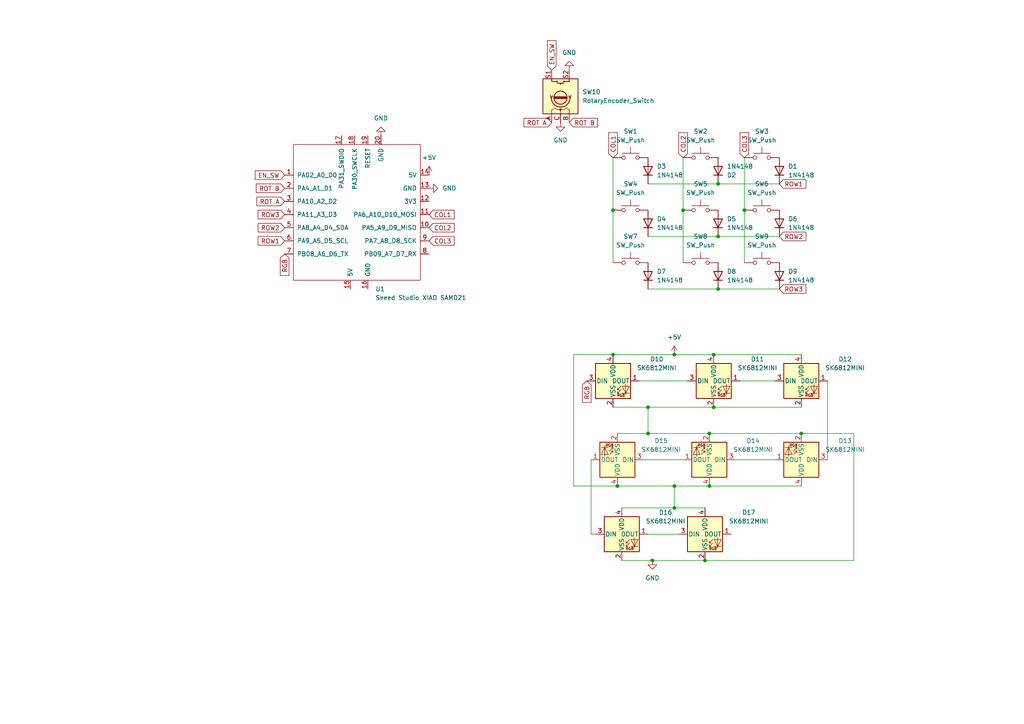
<source format=kicad_sch>
(kicad_sch (version 20231120) (generator "eeschema") (generator_version "8.0")
  (paper "A4")
  (lib_symbols
    (symbol "Device:RotaryEncoder_Switch" (pin_names (offset 0.254) hide)
      (property "Reference" "SW" (at 0 6.604 0))
      (property "Value" "RotaryEncoder_Switch" (at 0 -6.604 0))
      (symbol "RotaryEncoder_Switch_0_1"
        (rectangle (start -5.08 5.08) (end 5.08 -5.08) (stroke (width 0.254)) (fill (type background)))
        (circle (center -3.81 0) (radius 0.254) (fill (type outline)))
        (circle (center -0.381 0) (radius 1.905) (stroke (width 0.254)))
        (arc (start -0.381 2.667) (mid -3.0988 -0.0635) (end -0.381 -2.794) (stroke (width 0.254)))
        (polyline (pts (xy -0.635 -1.778) (xy -0.635 1.778)) (stroke (width 0.254)))
        (polyline (pts (xy -0.381 -1.778) (xy -0.381 1.778)) (stroke (width 0.254)))
        (polyline (pts (xy -0.127 1.778) (xy -0.127 -1.778)) (stroke (width 0.254)))
        (polyline (pts (xy 3.81 0) (xy 3.429 0)) (stroke (width 0.254)))
        (polyline (pts (xy 3.81 1.016) (xy 3.81 -1.016)) (stroke (width 0.254)))
        (polyline (pts (xy -5.08 -2.54) (xy -3.81 -2.54) (xy -3.81 -2.032)))
        (polyline (pts (xy -5.08 2.54) (xy -3.81 2.54) (xy -3.81 2.032)))
        (polyline (pts (xy 0.254 -3.048) (xy -0.508 -2.794) (xy 0.127 -2.413)) (stroke (width 0.254)))
        (polyline (pts (xy 0.254 2.921) (xy -0.508 2.667) (xy 0.127 2.286)) (stroke (width 0.254)))
        (polyline (pts (xy 5.08 -2.54) (xy 4.318 -2.54) (xy 4.318 -1.016)) (stroke (width 0.254)))
        (polyline (pts (xy 5.08 2.54) (xy 4.318 2.54) (xy 4.318 1.016)) (stroke (width 0.254)))
        (polyline (pts (xy -5.08 0) (xy -3.81 0) (xy -3.81 -1.016) (xy -3.302 -2.032)))
        (polyline (pts (xy -4.318 0) (xy -3.81 0) (xy -3.81 1.016) (xy -3.302 2.032)))
        (circle (center 4.318 -1.016) (radius 0.127) (stroke (width 0.254)))
        (circle (center 4.318 1.016) (radius 0.127) (stroke (width 0.254)))
      )
      (symbol "RotaryEncoder_Switch_1_1"
        (pin passive line (at -7.62 2.54 0) (length 2.54) (name "A") (number "A"))
        (pin passive line (at -7.62 -2.54 0) (length 2.54) (name "B") (number "B"))
        (pin passive line (at -7.62 0 0) (length 2.54) (name "C") (number "C"))
        (pin passive line (at 7.62 2.54 180) (length 2.54) (name "S1") (number "S1"))
        (pin passive line (at 7.62 -2.54 180) (length 2.54) (name "S2") (number "S2"))
      )
    )
    (symbol "Diode:1N4148" (pin_numbers hide) (pin_names hide)
      (property "Reference" "D" (at 0 2.54 0))
      (property "Value" "1N4148" (at 0 -2.54 0))
      (symbol "1N4148_0_1"
        (polyline (pts (xy -1.27 1.27) (xy -1.27 -1.27)) (stroke (width 0.254)))
        (polyline (pts (xy 1.27 0) (xy -1.27 0)))
        (polyline (pts (xy 1.27 1.27) (xy 1.27 -1.27) (xy -1.27 0) (xy 1.27 1.27)) (stroke (width 0.254)))
      )
      (symbol "1N4148_1_1"
        (pin passive line (at -3.81 0 0) (length 2.54) (name "K") (number "1"))
        (pin passive line (at 3.81 0 180) (length 2.54) (name "A") (number "2"))
      )
    )
    (symbol "LED:SK6812MINI" (pin_names (offset 0.254))
      (property "Reference" "D" (at 5.08 5.715 0))
      (property "Value" "SK6812MINI" (at 1.27 -5.715 0))
      (symbol "SK6812MINI_0_0"
        (text "RGB" (at 2.286 -4.191 0) (effects (font (size 0.762 0.762))))
      )
      (symbol "SK6812MINI_0_1"
        (polyline (pts (xy 1.27 -3.556) (xy 1.778 -3.556)))
        (polyline (pts (xy 1.27 -2.54) (xy 1.778 -2.54)))
        (polyline (pts (xy 4.699 -3.556) (xy 2.667 -3.556)))
        (polyline (pts (xy 2.286 -2.54) (xy 1.27 -3.556) (xy 1.27 -3.048)))
        (polyline (pts (xy 2.286 -1.524) (xy 1.27 -2.54) (xy 1.27 -2.032)))
        (polyline (pts (xy 3.683 -1.016) (xy 3.683 -3.556) (xy 3.683 -4.064)))
        (polyline (pts (xy 4.699 -1.524) (xy 2.667 -1.524) (xy 3.683 -3.556) (xy 4.699 -1.524)))
        (rectangle (start 5.08 5.08) (end -5.08 -5.08) (stroke (width 0.254)) (fill (type background)))
      )
      (symbol "SK6812MINI_1_1"
        (pin output line (at 7.62 0 180) (length 2.54) (name "DOUT") (number "1"))
        (pin power_in line (at 0 -7.62 90) (length 2.54) (name "VSS") (number "2"))
        (pin input line (at -7.62 0 0) (length 2.54) (name "DIN") (number "3"))
        (pin power_in line (at 0 7.62 270) (length 2.54) (name "VDD") (number "4"))
      )
    )
    (symbol "Seeed_Studio_XIAO_Series:Seeed Studio XIAO SAMD21" (pin_names (offset 1.016))
      (property "Reference" "U" (at -19.05 22.86 0))
      (property "Value" "Seeed Studio XIAO SAMD21" (at -12.7 21.59 0))
      (symbol "Seeed Studio XIAO SAMD21_0_1"
        (rectangle (start -19.05 20.32) (end 17.78 -19.05))
      )
      (symbol "Seeed Studio XIAO SAMD21_1_1"
        (pin unspecified line (at -21.59 11.43 0) (length 2.54) (name "PA02_A0_D0") (number "1"))
        (pin unspecified line (at 20.32 -3.81 180) (length 2.54) (name "PA5_A9_D9_MISO") (number "10"))
        (pin unspecified line (at 20.32 0 180) (length 2.54) (name "PA6_A10_D10_MOSI") (number "11"))
        (pin unspecified line (at 20.32 3.81 180) (length 2.54) (name "3V3") (number "12"))
        (pin unspecified line (at 20.32 7.62 180) (length 2.54) (name "GND") (number "13"))
        (pin unspecified line (at 20.32 11.43 180) (length 2.54) (name "5V") (number "14"))
        (pin input line (at -2.54 -21.59 90) (length 2.54) (name "5V") (number "15"))
        (pin input line (at 2.54 -21.59 90) (length 2.54) (name "GND") (number "16"))
        (pin input line (at -5.08 22.86 270) (length 2.54) (name "PA31_SWDIO") (number "17"))
        (pin input line (at -1.27 22.86 270) (length 2.54) (name "PA30_SWCLK") (number "18"))
        (pin input line (at 2.54 22.86 270) (length 2.54) (name "RESET") (number "19"))
        (pin unspecified line (at -21.59 7.62 0) (length 2.54) (name "PA4_A1_D1") (number "2"))
        (pin input line (at 6.35 22.86 270) (length 2.54) (name "GND") (number "20"))
        (pin unspecified line (at -21.59 3.81 0) (length 2.54) (name "PA10_A2_D2") (number "3"))
        (pin unspecified line (at -21.59 0 0) (length 2.54) (name "PA11_A3_D3") (number "4"))
        (pin unspecified line (at -21.59 -3.81 0) (length 2.54) (name "PA8_A4_D4_SDA") (number "5"))
        (pin unspecified line (at -21.59 -7.62 0) (length 2.54) (name "PA9_A5_D5_SCL") (number "6"))
        (pin unspecified line (at -21.59 -11.43 0) (length 2.54) (name "PB08_A6_D6_TX") (number "7"))
        (pin unspecified line (at 20.32 -11.43 180) (length 2.54) (name "PB09_A7_D7_RX") (number "8"))
        (pin unspecified line (at 20.32 -7.62 180) (length 2.54) (name "PA7_A8_D8_SCK") (number "9"))
      )
    )
    (symbol "Switch:SW_Push" (pin_numbers hide) (pin_names (offset 1.016) hide)
      (property "Reference" "SW" (at 1.27 2.54 0))
      (property "Value" "SW_Push" (at 0 -1.524 0))
      (symbol "SW_Push_0_1"
        (circle (center -2.032 0) (radius 0.508))
        (polyline (pts (xy 0 1.27) (xy 0 3.048)))
        (polyline (pts (xy 2.54 1.27) (xy -2.54 1.27)))
        (circle (center 2.032 0) (radius 0.508))
        (pin passive line (at -5.08 0 0) (length 2.54) (name "1") (number "1"))
        (pin passive line (at 5.08 0 180) (length 2.54) (name "2") (number "2"))
      )
    )
    (symbol "power:+5V" (power) (pin_numbers hide) (pin_names (offset 0) hide)
      (property "Value" "+5V" (at 0 3.556 0))
      (symbol "+5V_0_1"
        (polyline (pts (xy -0.762 1.27) (xy 0 2.54)))
        (polyline (pts (xy 0 0) (xy 0 2.54)))
        (polyline (pts (xy 0 2.54) (xy 0.762 1.27)))
      )
      (symbol "+5V_1_1"
        (pin power_in line (at 0 0 90) (length 0) (name "~") (number "1"))
      )
    )
    (symbol "power:GND" (power) (pin_numbers hide) (pin_names (offset 0) hide)
      (property "Value" "GND" (at 0 -3.81 0))
      (symbol "GND_0_1"
        (polyline (pts (xy 0 0) (xy 0 -1.27) (xy 1.27 -1.27) (xy 0 -2.54) (xy -1.27 -1.27) (xy 0 -1.27)))
      )
      (symbol "GND_1_1"
        (pin power_in line (at 0 0 270) (length 0) (name "~") (number "1"))
      )
    )
  )
  (junction (at 208.28 83.82))
  (junction (at 189.23 162.56))
  (junction (at 198.12 60.96))
  (junction (at 215.9 60.96))
  (junction (at 195.58 140.97))
  (junction (at 179.07 140.97))
  (junction (at 207.01 118.11))
  (junction (at 204.47 162.56))
  (junction (at 187.96 118.11))
  (junction (at 205.74 125.73))
  (junction (at 232.41 125.73))
  (junction (at 195.58 147.32))
  (junction (at 195.58 102.87))
  (junction (at 208.28 53.34))
  (junction (at 177.8 60.96))
  (junction (at 207.01 102.87))
  (junction (at 177.8 102.87))
  (junction (at 208.28 68.58))
  (junction (at 187.96 125.73))
  (junction (at 205.74 140.97))
  (wire (pts (xy 187.96 118.11) (xy 207.01 118.11)))
  (wire (pts (xy 189.23 162.56) (xy 204.47 162.56)))
  (wire (pts (xy 186.69 133.35) (xy 198.12 133.35)))
  (wire (pts (xy 179.07 140.97) (xy 195.58 140.97)))
  (wire (pts (xy 205.74 140.97) (xy 232.41 140.97)))
  (wire (pts (xy 240.03 110.49) (xy 240.03 133.35)))
  (wire (pts (xy 166.37 102.87) (xy 177.8 102.87)))
  (wire (pts (xy 247.65 162.56) (xy 247.65 125.73)))
  (wire (pts (xy 185.42 110.49) (xy 199.39 110.49)))
  (wire (pts (xy 171.45 154.94) (xy 172.72 154.94)))
  (wire (pts (xy 187.96 83.82) (xy 208.28 83.82)))
  (wire (pts (xy 232.41 125.73) (xy 247.65 125.73)))
  (wire (pts (xy 180.34 147.32) (xy 195.58 147.32)))
  (wire (pts (xy 177.8 118.11) (xy 187.96 118.11)))
  (wire (pts (xy 187.96 68.58) (xy 208.28 68.58)))
  (wire (pts (xy 177.8 45.72) (xy 177.8 60.96)))
  (wire (pts (xy 187.96 154.94) (xy 196.85 154.94)))
  (wire (pts (xy 208.28 53.34) (xy 226.06 53.34)))
  (wire (pts (xy 195.58 102.87) (xy 207.01 102.87)))
  (wire (pts (xy 198.12 45.72) (xy 198.12 60.96)))
  (wire (pts (xy 207.01 102.87) (xy 232.41 102.87)))
  (wire (pts (xy 204.47 162.56) (xy 247.65 162.56)))
  (wire (pts (xy 166.37 140.97) (xy 166.37 102.87)))
  (wire (pts (xy 195.58 147.32) (xy 204.47 147.32)))
  (wire (pts (xy 208.28 68.58) (xy 226.06 68.58)))
  (wire (pts (xy 214.63 110.49) (xy 224.79 110.49)))
  (wire (pts (xy 177.8 60.96) (xy 177.8 76.2)))
  (wire (pts (xy 187.96 118.11) (xy 187.96 125.73)))
  (wire (pts (xy 180.34 162.56) (xy 189.23 162.56)))
  (wire (pts (xy 187.96 125.73) (xy 205.74 125.73)))
  (wire (pts (xy 205.74 125.73) (xy 232.41 125.73)))
  (wire (pts (xy 198.12 60.96) (xy 198.12 76.2)))
  (wire (pts (xy 207.01 118.11) (xy 232.41 118.11)))
  (wire (pts (xy 187.96 53.34) (xy 208.28 53.34)))
  (wire (pts (xy 171.45 133.35) (xy 171.45 154.94)))
  (wire (pts (xy 195.58 140.97) (xy 195.58 147.32)))
  (wire (pts (xy 195.58 140.97) (xy 205.74 140.97)))
  (wire (pts (xy 208.28 83.82) (xy 226.06 83.82)))
  (wire (pts (xy 179.07 125.73) (xy 187.96 125.73)))
  (wire (pts (xy 177.8 102.87) (xy 195.58 102.87)))
  (wire (pts (xy 166.37 140.97) (xy 179.07 140.97)))
  (wire (pts (xy 213.36 133.35) (xy 224.79 133.35)))
  (wire (pts (xy 215.9 60.96) (xy 215.9 76.2)))
  (wire (pts (xy 215.9 45.72) (xy 215.9 60.96)))
  (global_label "ROT A" (shape input) (at 160.02 35.56 180) (property "Intersheetrefs" "${INTERSHEET_REFS}" (effects (hide yes))))
  (global_label "EN_SW" (shape input) (at 82.55 50.8 180) (property "Intersheetrefs" "${INTERSHEET_REFS}" (effects (hide yes))))
  (global_label "ROW2" (shape input) (at 82.55 66.04 180) (property "Intersheetrefs" "${INTERSHEET_REFS}" (effects (hide yes))))
  (global_label "COL2" (shape input) (at 124.46 66.04 0) (property "Intersheetrefs" "${INTERSHEET_REFS}" (effects (hide yes))))
  (global_label "ROT A" (shape input) (at 82.55 58.42 180) (property "Intersheetrefs" "${INTERSHEET_REFS}" (effects (hide yes))))
  (global_label "COL3" (shape input) (at 215.9 45.72 90) (property "Intersheetrefs" "${INTERSHEET_REFS}" (effects (hide yes))))
  (global_label "COL1" (shape input) (at 177.8 45.72 90) (property "Intersheetrefs" "${INTERSHEET_REFS}" (effects (hide yes))))
  (global_label "ROW2" (shape input) (at 226.06 68.58 0) (property "Intersheetrefs" "${INTERSHEET_REFS}" (effects (hide yes))))
  (global_label "EN_SW" (shape input) (at 160.02 20.32 90) (property "Intersheetrefs" "${INTERSHEET_REFS}" (effects (hide yes))))
  (global_label "RGB" (shape input) (at 170.18 110.49 270) (property "Intersheetrefs" "${INTERSHEET_REFS}" (effects (hide yes))))
  (global_label "ROW3" (shape input) (at 226.06 83.82 0) (property "Intersheetrefs" "${INTERSHEET_REFS}" (effects (hide yes))))
  (global_label "ROW3" (shape input) (at 82.55 62.23 180) (property "Intersheetrefs" "${INTERSHEET_REFS}" (effects (hide yes))))
  (global_label "COL2" (shape input) (at 198.12 45.72 90) (property "Intersheetrefs" "${INTERSHEET_REFS}" (effects (hide yes))))
  (global_label "ROW1" (shape input) (at 226.06 53.34 0) (property "Intersheetrefs" "${INTERSHEET_REFS}" (effects (hide yes))))
  (global_label "ROW1" (shape input) (at 82.55 69.85 180) (property "Intersheetrefs" "${INTERSHEET_REFS}" (effects (hide yes))))
  (global_label "COL1" (shape input) (at 124.46 62.23 0) (property "Intersheetrefs" "${INTERSHEET_REFS}" (effects (hide yes))))
  (global_label "COL3" (shape input) (at 124.46 69.85 0) (property "Intersheetrefs" "${INTERSHEET_REFS}" (effects (hide yes))))
  (global_label "ROT B" (shape input) (at 165.1 35.56 0) (property "Intersheetrefs" "${INTERSHEET_REFS}" (effects (hide yes))))
  (global_label "ROT B" (shape input) (at 82.55 54.61 180) (property "Intersheetrefs" "${INTERSHEET_REFS}" (effects (hide yes))))
  (global_label "RGB" (shape input) (at 82.55 73.66 270) (property "Intersheetrefs" "${INTERSHEET_REFS}" (effects (hide yes))))
  (symbol (lib_id "Switch:SW_Push") (at 182.88 76.2 0) (unit 1)
    (property "Reference" "SW7" (at 182.88 68.58 0))
    (property "Value" "SW_Push" (at 182.88 71.12 0))
    (property "Footprint" "kEYBOARD sw:SW_Cherry_MX_1.00u_PCB" (effects (hide yes)))
    (property "Description" "Push button switch, generic, two pins" (effects (hide yes)))
  )
  (symbol (lib_id "power:+5V") (at 124.46 50.8 0) (unit 1)
    (property "Reference" "#PWR03" (effects (hide yes)))
    (property "Value" "+5V" (at 124.46 45.72 0))
    (property "Description" "Power symbol creates a global label with name \"+5V\"" (effects (hide yes)))
  )
  (symbol (lib_id "Switch:SW_Push") (at 203.2 60.96 0) (unit 1)
    (property "Reference" "SW5" (at 203.2 53.34 0))
    (property "Value" "SW_Push" (at 203.2 55.88 0))
    (property "Footprint" "kEYBOARD sw:SW_Cherry_MX_1.00u_PCB" (effects (hide yes)))
    (property "Description" "Push button switch, generic, two pins" (effects (hide yes)))
  )
  (symbol (lib_id "LED:SK6812MINI") (at 204.47 154.94 0) (unit 1)
    (property "Reference" "D17" (at 217.17 148.6214 0))
    (property "Value" "SK6812MINI" (at 217.17 151.1614 0))
    (property "Footprint" "LED_SMD:LED_SK6812MINI_PLCC4_3.5x3.5mm_P1.75mm" (effects (hide yes)))
    (property "Datasheet" "https://cdn-shop.adafruit.com/product-files/2686/SK6812MINI_REV.01-1-2.pdf" (effects (hide yes)))
    (property "Description" "RGB LED with integrated controller" (effects (hide yes)))
  )
  (symbol (lib_id "Diode:1N4148") (at 187.96 49.53 90) (unit 1)
    (property "Reference" "D3" (at 190.5 48.2599 90) (effects (justify right)))
    (property "Value" "1N4148" (at 190.5 50.7999 90) (effects (justify right)))
    (property "Footprint" "Diode_THT:D_DO-35_SOD27_P7.62mm_Horizontal" (effects (hide yes)))
    (property "Datasheet" "https://assets.nexperia.com/documents/data-sheet/1N4148_1N4448.pdf" (effects (hide yes)))
    (property "Description" "100V 0.15A standard switching diode, DO-35" (effects (hide yes)))
    (property "Sim.Device" "D" (effects (hide yes)))
    (property "Sim.Pins" "1=K 2=A" (effects (hide yes)))
  )
  (symbol (lib_id "Diode:1N4148") (at 208.28 80.01 90) (unit 1)
    (property "Reference" "D8" (at 210.82 78.7399 90) (effects (justify right)))
    (property "Value" "1N4148" (at 210.82 81.2799 90) (effects (justify right)))
    (property "Footprint" "Diode_THT:D_DO-35_SOD27_P7.62mm_Horizontal" (effects (hide yes)))
    (property "Datasheet" "https://assets.nexperia.com/documents/data-sheet/1N4148_1N4448.pdf" (effects (hide yes)))
    (property "Description" "100V 0.15A standard switching diode, DO-35" (effects (hide yes)))
    (property "Sim.Device" "D" (effects (hide yes)))
    (property "Sim.Pins" "1=K 2=A" (effects (hide yes)))
  )
  (symbol (lib_id "power:GND") (at 124.46 54.61 90) (unit 1)
    (property "Reference" "#PWR05" (effects (hide yes)))
    (property "Value" "GND" (at 128.27 54.6099 90) (effects (justify right)))
    (property "Description" "Power symbol creates a global label with name \"GND\" , ground" (effects (hide yes)))
  )
  (symbol (lib_id "Diode:1N4148") (at 226.06 49.53 90) (unit 1)
    (property "Reference" "D1" (at 228.6 48.2599 90) (effects (justify right)))
    (property "Value" "1N4148" (at 228.6 50.7999 90) (effects (justify right)))
    (property "Footprint" "Diode_THT:D_DO-35_SOD27_P7.62mm_Horizontal" (effects (hide yes)))
    (property "Datasheet" "https://assets.nexperia.com/documents/data-sheet/1N4148_1N4448.pdf" (effects (hide yes)))
    (property "Description" "100V 0.15A standard switching diode, DO-35" (effects (hide yes)))
    (property "Sim.Device" "D" (effects (hide yes)))
    (property "Sim.Pins" "1=K 2=A" (effects (hide yes)))
  )
  (symbol (lib_id "Switch:SW_Push") (at 203.2 76.2 0) (unit 1)
    (property "Reference" "SW8" (at 203.2 68.58 0))
    (property "Value" "SW_Push" (at 203.2 71.12 0))
    (property "Footprint" "kEYBOARD sw:SW_Cherry_MX_1.00u_PCB" (effects (hide yes)))
    (property "Description" "Push button switch, generic, two pins" (effects (hide yes)))
  )
  (symbol (lib_id "Device:RotaryEncoder_Switch") (at 162.56 27.94 90) (unit 1)
    (property "Reference" "SW10" (at 168.91 26.6699 90) (effects (justify right)))
    (property "Value" "RotaryEncoder_Switch" (at 168.91 29.2099 90) (effects (justify right)))
    (property "Footprint" "Rotary_Encoder:RotaryEncoder_Alps_EC11E-Switch_Vertical_H20mm_CircularMountingHoles" (effects (hide yes)))
    (property "Description" "Rotary encoder, dual channel, incremental quadrate outputs, with switch" (effects (hide yes)))
  )
  (symbol (lib_id "Switch:SW_Push") (at 203.2 45.72 0) (unit 1)
    (property "Reference" "SW2" (at 203.2 38.1 0))
    (property "Value" "SW_Push" (at 203.2 40.64 0))
    (property "Footprint" "kEYBOARD sw:SW_Cherry_MX_1.00u_PCB" (effects (hide yes)))
    (property "Description" "Push button switch, generic, two pins" (effects (hide yes)))
  )
  (symbol (lib_id "Switch:SW_Push") (at 182.88 60.96 0) (unit 1)
    (property "Reference" "SW4" (at 182.88 53.34 0))
    (property "Value" "SW_Push" (at 182.88 55.88 0))
    (property "Footprint" "kEYBOARD sw:SW_Cherry_MX_1.00u_PCB" (effects (hide yes)))
    (property "Description" "Push button switch, generic, two pins" (effects (hide yes)))
  )
  (symbol (lib_id "power:GND") (at 189.23 162.56 0) (unit 1)
    (property "Reference" "#PWR07" (effects (hide yes)))
    (property "Value" "GND" (at 189.23 167.64 0))
    (property "Description" "Power symbol creates a global label with name \"GND\" , ground" (effects (hide yes)))
  )
  (symbol (lib_id "LED:SK6812MINI") (at 180.34 154.94 0) (unit 1)
    (property "Reference" "D16" (at 193.04 148.6214 0))
    (property "Value" "SK6812MINI" (at 193.04 151.1614 0))
    (property "Footprint" "LED_SMD:LED_SK6812MINI_PLCC4_3.5x3.5mm_P1.75mm" (effects (hide yes)))
    (property "Datasheet" "https://cdn-shop.adafruit.com/product-files/2686/SK6812MINI_REV.01-1-2.pdf" (effects (hide yes)))
    (property "Description" "RGB LED with integrated controller" (effects (hide yes)))
  )
  (symbol (lib_id "Switch:SW_Push") (at 220.98 76.2 0) (unit 1)
    (property "Reference" "SW9" (at 220.98 68.58 0))
    (property "Value" "SW_Push" (at 220.98 71.12 0))
    (property "Footprint" "kEYBOARD sw:SW_Cherry_MX_1.00u_PCB" (effects (hide yes)))
    (property "Description" "Push button switch, generic, two pins" (effects (hide yes)))
  )
  (symbol (lib_id "power:GND") (at 110.49 39.37 180) (unit 1)
    (property "Reference" "#PWR06" (effects (hide yes)))
    (property "Value" "GND" (at 110.49 34.29 0))
    (property "Description" "Power symbol creates a global label with name \"GND\" , ground" (effects (hide yes)))
  )
  (symbol (lib_id "LED:SK6812MINI") (at 232.41 133.35 180) (unit 1)
    (property "Reference" "D13" (at 245.11 127.8538 0))
    (property "Value" "SK6812MINI" (at 245.11 130.3938 0))
    (property "Footprint" "LED_SMD:LED_SK6812MINI_PLCC4_3.5x3.5mm_P1.75mm" (effects (hide yes)))
    (property "Datasheet" "https://cdn-shop.adafruit.com/product-files/2686/SK6812MINI_REV.01-1-2.pdf" (effects (hide yes)))
    (property "Description" "RGB LED with integrated controller" (effects (hide yes)))
  )
  (symbol (lib_id "power:+5V") (at 195.58 102.87 0) (unit 1)
    (property "Reference" "#PWR04" (effects (hide yes)))
    (property "Value" "+5V" (at 195.58 97.79 0))
    (property "Description" "Power symbol creates a global label with name \"+5V\"" (effects (hide yes)))
  )
  (symbol (lib_id "Diode:1N4148") (at 187.96 64.77 90) (unit 1)
    (property "Reference" "D4" (at 190.5 63.4999 90) (effects (justify right)))
    (property "Value" "1N4148" (at 190.5 66.0399 90) (effects (justify right)))
    (property "Footprint" "Diode_THT:D_DO-35_SOD27_P7.62mm_Horizontal" (effects (hide yes)))
    (property "Datasheet" "https://assets.nexperia.com/documents/data-sheet/1N4148_1N4448.pdf" (effects (hide yes)))
    (property "Description" "100V 0.15A standard switching diode, DO-35" (effects (hide yes)))
    (property "Sim.Device" "D" (effects (hide yes)))
    (property "Sim.Pins" "1=K 2=A" (effects (hide yes)))
  )
  (symbol (lib_id "LED:SK6812MINI") (at 232.41 110.49 0) (unit 1)
    (property "Reference" "D12" (at 245.11 104.1714 0))
    (property "Value" "SK6812MINI" (at 245.11 106.7114 0))
    (property "Footprint" "LED_SMD:LED_SK6812MINI_PLCC4_3.5x3.5mm_P1.75mm" (effects (hide yes)))
    (property "Datasheet" "https://cdn-shop.adafruit.com/product-files/2686/SK6812MINI_REV.01-1-2.pdf" (effects (hide yes)))
    (property "Description" "RGB LED with integrated controller" (effects (hide yes)))
  )
  (symbol (lib_id "power:GND") (at 165.1 20.32 180) (unit 1)
    (property "Reference" "#PWR02" (effects (hide yes)))
    (property "Value" "GND" (at 165.1 15.24 0))
    (property "Description" "Power symbol creates a global label with name \"GND\" , ground" (effects (hide yes)))
  )
  (symbol (lib_id "LED:SK6812MINI") (at 177.8 110.49 0) (unit 1)
    (property "Reference" "D10" (at 190.5 104.1714 0))
    (property "Value" "SK6812MINI" (at 190.5 106.7114 0))
    (property "Footprint" "LED_SMD:LED_SK6812MINI_PLCC4_3.5x3.5mm_P1.75mm" (effects (hide yes)))
    (property "Datasheet" "https://cdn-shop.adafruit.com/product-files/2686/SK6812MINI_REV.01-1-2.pdf" (effects (hide yes)))
    (property "Description" "RGB LED with integrated controller" (effects (hide yes)))
  )
  (symbol (lib_id "power:GND") (at 162.56 35.56 0) (unit 1)
    (property "Reference" "#PWR01" (effects (hide yes)))
    (property "Value" "GND" (at 162.56 40.64 0))
    (property "Description" "Power symbol creates a global label with name \"GND\" , ground" (effects (hide yes)))
  )
  (symbol (lib_id "Diode:1N4148") (at 208.28 49.53 270) (mirror x) (unit 1)
    (property "Reference" "D2" (at 210.82 50.8001 90) (effects (justify left)))
    (property "Value" "1N4148" (at 210.82 48.2601 90) (effects (justify left)))
    (property "Footprint" "Diode_THT:D_DO-35_SOD27_P7.62mm_Horizontal" (effects (hide yes)))
    (property "Datasheet" "https://assets.nexperia.com/documents/data-sheet/1N4148_1N4448.pdf" (effects (hide yes)))
    (property "Description" "100V 0.15A standard switching diode, DO-35" (effects (hide yes)))
    (property "Sim.Device" "D" (effects (hide yes)))
    (property "Sim.Pins" "1=K 2=A" (effects (hide yes)))
  )
  (symbol (lib_id "LED:SK6812MINI") (at 207.01 110.49 0) (unit 1)
    (property "Reference" "D11" (at 219.71 104.1714 0))
    (property "Value" "SK6812MINI" (at 219.71 106.7114 0))
    (property "Footprint" "LED_SMD:LED_SK6812MINI_PLCC4_3.5x3.5mm_P1.75mm" (effects (hide yes)))
    (property "Datasheet" "https://cdn-shop.adafruit.com/product-files/2686/SK6812MINI_REV.01-1-2.pdf" (effects (hide yes)))
    (property "Description" "RGB LED with integrated controller" (effects (hide yes)))
  )
  (symbol (lib_id "Diode:1N4148") (at 208.28 64.77 90) (unit 1)
    (property "Reference" "D5" (at 210.82 63.4999 90) (effects (justify right)))
    (property "Value" "1N4148" (at 210.82 66.0399 90) (effects (justify right)))
    (property "Footprint" "Diode_THT:D_DO-35_SOD27_P7.62mm_Horizontal" (effects (hide yes)))
    (property "Datasheet" "https://assets.nexperia.com/documents/data-sheet/1N4148_1N4448.pdf" (effects (hide yes)))
    (property "Description" "100V 0.15A standard switching diode, DO-35" (effects (hide yes)))
    (property "Sim.Device" "D" (effects (hide yes)))
    (property "Sim.Pins" "1=K 2=A" (effects (hide yes)))
  )
  (symbol (lib_id "Seeed_Studio_XIAO_Series:Seeed Studio XIAO SAMD21") (at 104.14 62.23 0) (unit 1)
    (property "Reference" "U1" (at 108.8741 83.82 0) (effects (justify left)))
    (property "Value" "Seeed Studio XIAO SAMD21" (at 108.8741 86.36 0) (effects (justify left)))
    (property "Footprint" "XIAO Series Library:XIAO-RP2040-DIP" (effects (hide yes)))
  )
  (symbol (lib_id "Diode:1N4148") (at 226.06 80.01 90) (unit 1)
    (property "Reference" "D9" (at 228.6 78.7399 90) (effects (justify right)))
    (property "Value" "1N4148" (at 228.6 81.2799 90) (effects (justify right)))
    (property "Footprint" "Diode_THT:D_DO-35_SOD27_P7.62mm_Horizontal" (effects (hide yes)))
    (property "Datasheet" "https://assets.nexperia.com/documents/data-sheet/1N4148_1N4448.pdf" (effects (hide yes)))
    (property "Description" "100V 0.15A standard switching diode, DO-35" (effects (hide yes)))
    (property "Sim.Device" "D" (effects (hide yes)))
    (property "Sim.Pins" "1=K 2=A" (effects (hide yes)))
  )
  (symbol (lib_id "Switch:SW_Push") (at 182.88 45.72 0) (unit 1)
    (property "Reference" "SW1" (at 182.88 38.1 0))
    (property "Value" "SW_Push" (at 182.88 40.64 0))
    (property "Footprint" "kEYBOARD sw:SW_Cherry_MX_1.00u_PCB" (effects (hide yes)))
    (property "Description" "Push button switch, generic, two pins" (effects (hide yes)))
  )
  (symbol (lib_id "Switch:SW_Push") (at 220.98 60.96 0) (unit 1)
    (property "Reference" "SW6" (at 220.98 53.34 0))
    (property "Value" "SW_Push" (at 220.98 55.88 0))
    (property "Footprint" "kEYBOARD sw:SW_Cherry_MX_1.00u_PCB" (effects (hide yes)))
    (property "Description" "Push button switch, generic, two pins" (effects (hide yes)))
  )
  (symbol (lib_id "LED:SK6812MINI") (at 179.07 133.35 180) (unit 1)
    (property "Reference" "D15" (at 191.77 127.8538 0))
    (property "Value" "SK6812MINI" (at 191.77 130.3938 0))
    (property "Footprint" "LED_SMD:LED_SK6812MINI_PLCC4_3.5x3.5mm_P1.75mm" (effects (hide yes)))
    (property "Datasheet" "https://cdn-shop.adafruit.com/product-files/2686/SK6812MINI_REV.01-1-2.pdf" (effects (hide yes)))
    (property "Description" "RGB LED with integrated controller" (effects (hide yes)))
  )
  (symbol (lib_id "Diode:1N4148") (at 187.96 80.01 90) (unit 1)
    (property "Reference" "D7" (at 190.5 78.7399 90) (effects (justify right)))
    (property "Value" "1N4148" (at 190.5 81.2799 90) (effects (justify right)))
    (property "Footprint" "Diode_THT:D_DO-35_SOD27_P7.62mm_Horizontal" (effects (hide yes)))
    (property "Datasheet" "https://assets.nexperia.com/documents/data-sheet/1N4148_1N4448.pdf" (effects (hide yes)))
    (property "Description" "100V 0.15A standard switching diode, DO-35" (effects (hide yes)))
    (property "Sim.Device" "D" (effects (hide yes)))
    (property "Sim.Pins" "1=K 2=A" (effects (hide yes)))
  )
  (symbol (lib_id "LED:SK6812MINI") (at 205.74 133.35 180) (unit 1)
    (property "Reference" "D14" (at 218.44 127.8538 0))
    (property "Value" "SK6812MINI" (at 218.44 130.3938 0))
    (property "Footprint" "LED_SMD:LED_SK6812MINI_PLCC4_3.5x3.5mm_P1.75mm" (effects (hide yes)))
    (property "Datasheet" "https://cdn-shop.adafruit.com/product-files/2686/SK6812MINI_REV.01-1-2.pdf" (effects (hide yes)))
    (property "Description" "RGB LED with integrated controller" (effects (hide yes)))
  )
  (symbol (lib_id "Switch:SW_Push") (at 220.98 45.72 0) (unit 1)
    (property "Reference" "SW3" (at 220.98 38.1 0))
    (property "Value" "SW_Push" (at 220.98 40.64 0))
    (property "Footprint" "kEYBOARD sw:SW_Cherry_MX_1.00u_PCB" (effects (hide yes)))
    (property "Description" "Push button switch, generic, two pins" (effects (hide yes)))
  )
  (symbol (lib_id "Diode:1N4148") (at 226.06 64.77 90) (unit 1)
    (property "Reference" "D6" (at 228.6 63.4999 90) (effects (justify right)))
    (property "Value" "1N4148" (at 228.6 66.0399 90) (effects (justify right)))
    (property "Footprint" "Diode_THT:D_DO-35_SOD27_P7.62mm_Horizontal" (effects (hide yes)))
    (property "Datasheet" "https://assets.nexperia.com/documents/data-sheet/1N4148_1N4448.pdf" (effects (hide yes)))
    (property "Description" "100V 0.15A standard switching diode, DO-35" (effects (hide yes)))
    (property "Sim.Device" "D" (effects (hide yes)))
    (property "Sim.Pins" "1=K 2=A" (effects (hide yes)))
  )
)
</source>
